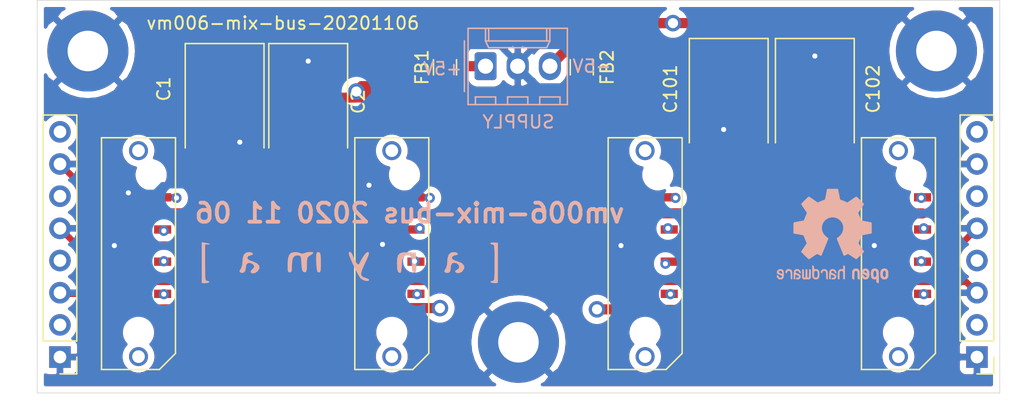
<source format=kicad_pcb>
(kicad_pcb (version 20171130) (host pcbnew "(5.1.5-0-10_14)")
  (layers (0 F.Cu signal) (1 In1.Cu signal) (2 In2.Cu signal) (31 B.Cu signal) (34 B.Paste user) (35 F.Paste user) (36 B.SilkS user) (37 F.SilkS user) (38 B.Mask user) (39 F.Mask user) (44 Edge.Cuts user))
  (net 0 "")
  (net 1 -5V)
  (net 2 GND)
  (net 3 +5V)
  (net 4 "Net-(FB1-Pad2)")
  (net 5 "Net-(FB2-Pad2)")
  (net 6 /out_d)
  (net 7 /out_c)
  (net 8 /out_b)
  (net 9 /out_a)
  (module Symbol:OSHW-Logo2_9.8x8mm_SilkScreen (layer B.Cu) (at 119.8 138.6 180)
    (fp_text reference U102 hide)
    (fp_text value LOGO hide)
  )
  (module anyma_footprints:logo_anyma (layer B.Cu) (at 81.6 140.8 180)
    (fp_text reference U101 hide)
    (fp_text value LOGO hide)
  )
  (module MountingHole:MountingHole_3.2mm_M3_Pad (layer F.Cu) (at 95 147)
    (fp_text reference H103 hide)
    (fp_text value MountingHole_Pad)
    (pad 1 thru_hole circle (at 0 0) (size 6.4 6.4) (drill 3.2) (layers *.Cu *.Mask) (net 2 GND))
  )
  (module MountingHole:MountingHole_3.2mm_M3_Pad (layer F.Cu) (at 128 124)
    (fp_text reference H102 hide)
    (fp_text value MountingHole_Pad)
    (pad 1 thru_hole circle (at 0 0) (size 6.4 6.4) (drill 3.2) (layers *.Cu *.Mask) (net 2 GND))
  )
  (module MountingHole:MountingHole_3.2mm_M3_Pad (layer F.Cu) (at 61 124)
    (fp_text reference H101 hide)
    (fp_text value MountingHole_Pad)
    (pad 1 thru_hole circle (at 0 0) (size 6.4 6.4) (drill 3.2) (layers *.Cu *.Mask) (net 2 GND))
  )
  (module Capacitor_Tantalum_SMD:CP_EIA-7360-38_Kemet-E_Pad2.25x4.25mm_HandSolder (layer F.Cu) (at 118.4 127.6 270)
    (fp_text reference C102 (at -0.6 -4.6 90) (layer F.SilkS))
    (fp_text value 22u)
    (pad 2 smd roundrect (at 3.2 0 270) (size 2.25 4.25) (layers F.Cu F.Paste F.Mask) (roundrect_rratio 0.111111) (net 1 -5V))
    (pad 1 smd roundrect (at -3.2 0 270) (size 2.25 4.25) (layers F.Cu F.Paste F.Mask) (roundrect_rratio 0.111111) (net 2 GND))
  )
  (module Capacitor_Tantalum_SMD:CP_EIA-7360-38_Kemet-E_Pad2.25x4.25mm_HandSolder (layer F.Cu) (at 111.6 127.6 270)
    (fp_text reference C101 (at -0.6 4.6 90) (layer F.SilkS))
    (fp_text value 22u)
    (pad 2 smd roundrect (at 3.2 0 270) (size 2.25 4.25) (layers F.Cu F.Paste F.Mask) (roundrect_rratio 0.111111) (net 2 GND))
    (pad 1 smd roundrect (at -3.2 0 270) (size 2.25 4.25) (layers F.Cu F.Paste F.Mask) (roundrect_rratio 0.111111) (net 3 +5V))
  )
  (module Capacitor_Tantalum_SMD:CP_EIA-7360-38_Kemet-E_Pad2.25x4.25mm_HandSolder (layer F.Cu) (at 78.4 128 270)
    (fp_text reference C2 (at 0 -3.95 90) (layer F.SilkS))
    (fp_text value 22u)
    (pad 2 smd roundrect (at 3.2 0 270) (size 2.25 4.25) (layers F.Cu F.Paste F.Mask) (roundrect_rratio 0.111111) (net 1 -5V))
    (pad 1 smd roundrect (at -3.2 0 270) (size 2.25 4.25) (layers F.Cu F.Paste F.Mask) (roundrect_rratio 0.111111) (net 2 GND))
  )
  (module Capacitor_Tantalum_SMD:CP_EIA-7360-38_Kemet-E_Pad2.25x4.25mm_HandSolder (layer F.Cu) (at 71.8 128 270)
    (fp_text reference C1 (at -1 4.8 90) (layer F.SilkS))
    (fp_text value 22u)
    (pad 2 smd roundrect (at 3.2 0 270) (size 2.25 4.25) (layers F.Cu F.Paste F.Mask) (roundrect_rratio 0.111111) (net 2 GND))
    (pad 1 smd roundrect (at -3.2 0 270) (size 2.25 4.25) (layers F.Cu F.Paste F.Mask) (roundrect_rratio 0.111111) (net 3 +5V))
  )
  (module Connector_PinHeader_2.54mm:PinHeader_1x08_P2.54mm_Vertical (layer F.Cu) (at 131.2 148.164999 180)
    (fp_text reference J105 hide)
    (fp_text value BUS)
    (pad 8 thru_hole oval (at 0 17.78 180) (size 1.7 1.7) (drill 1) (layers *.Cu *.Mask) (net 6 /out_d))
    (pad 7 thru_hole oval (at 0 15.24 180) (size 1.7 1.7) (drill 1) (layers *.Cu *.Mask) (net 2 GND))
    (pad 6 thru_hole oval (at 0 12.7 180) (size 1.7 1.7) (drill 1) (layers *.Cu *.Mask) (net 7 /out_c))
    (pad 5 thru_hole oval (at 0 10.16 180) (size 1.7 1.7) (drill 1) (layers *.Cu *.Mask) (net 2 GND))
    (pad 4 thru_hole oval (at 0 7.62 180) (size 1.7 1.7) (drill 1) (layers *.Cu *.Mask) (net 8 /out_b))
    (pad 3 thru_hole oval (at 0 5.08 180) (size 1.7 1.7) (drill 1) (layers *.Cu *.Mask) (net 2 GND))
    (pad 2 thru_hole oval (at 0 2.54 180) (size 1.7 1.7) (drill 1) (layers *.Cu *.Mask) (net 9 /out_a))
    (pad 1 thru_hole rect (at 0 0 180) (size 1.7 1.7) (drill 1) (layers *.Cu *.Mask) (net 2 GND))
  )
  (module Connector_PinHeader_2.54mm:PinHeader_1x08_P2.54mm_Vertical (layer F.Cu) (at 58.8 148.164999 180)
    (fp_text reference J104 hide)
    (fp_text value BUS)
    (pad 8 thru_hole oval (at 0 17.78 180) (size 1.7 1.7) (drill 1) (layers *.Cu *.Mask) (net 6 /out_d))
    (pad 7 thru_hole oval (at 0 15.24 180) (size 1.7 1.7) (drill 1) (layers *.Cu *.Mask) (net 2 GND))
    (pad 6 thru_hole oval (at 0 12.7 180) (size 1.7 1.7) (drill 1) (layers *.Cu *.Mask) (net 7 /out_c))
    (pad 5 thru_hole oval (at 0 10.16 180) (size 1.7 1.7) (drill 1) (layers *.Cu *.Mask) (net 2 GND))
    (pad 4 thru_hole oval (at 0 7.62 180) (size 1.7 1.7) (drill 1) (layers *.Cu *.Mask) (net 8 /out_b))
    (pad 3 thru_hole oval (at 0 5.08 180) (size 1.7 1.7) (drill 1) (layers *.Cu *.Mask) (net 2 GND))
    (pad 2 thru_hole oval (at 0 2.54 180) (size 1.7 1.7) (drill 1) (layers *.Cu *.Mask) (net 9 /out_a))
    (pad 1 thru_hole rect (at 0 0 180) (size 1.7 1.7) (drill 1) (layers *.Cu *.Mask) (net 2 GND))
  )
  (module Connector_PCBEdge:Samtec_MECF-08-01-L-DV-WT_2x08_P1.27mm_Polarized_Socket_Horizontal (layer F.Cu) (at 65 140 90)
    (fp_text reference J103 hide)
    (fp_text value Conn_EDGE)
    (pad "" thru_hole circle (at 8.13 0 90) (size 1.5 1.5) (drill 1) (layers *.Cu *.Mask))
    (pad "" thru_hole circle (at -8.13 0 90) (size 1.5 1.5) (drill 1) (layers *.Cu *.Mask))
    (pad "" np_thru_hole circle (at 6.225 1 90) (size 1.45 1.45) (drill 1.45) (layers *.Cu *.Mask))
    (pad "" np_thru_hole circle (at -6.225 0 90) (size 1.45 1.45) (drill 1.45) (layers *.Cu *.Mask))
    (pad 16 smd rect (at 4.445 -1.905 90) (size 0.66 1.35) (layers F.Cu F.Paste F.Mask) (net 2 GND))
    (pad 15 smd rect (at 4.445 1.905 90) (size 0.66 1.35) (layers F.Cu F.Paste F.Mask) (net 6 /out_d))
    (pad 14 smd rect (at 3.175 -1.905 90) (size 0.66 1.35) (layers F.Cu F.Paste F.Mask) (net 1 -5V))
    (pad 13 smd rect (at 3.175 1.905 90) (size 0.66 1.35) (layers F.Cu F.Paste F.Mask) (net 1 -5V))
    (pad 12 smd rect (at 1.905 -1.905 90) (size 0.66 1.35) (layers F.Cu F.Paste F.Mask) (net 2 GND))
    (pad 11 smd rect (at 1.905 1.905 90) (size 0.66 1.35) (layers F.Cu F.Paste F.Mask) (net 7 /out_c))
    (pad 10 smd rect (at 0.635 -1.905 90) (size 0.66 1.35) (layers F.Cu F.Paste F.Mask) (net 2 GND))
    (pad 9 smd rect (at 0.635 1.905 90) (size 0.66 1.35) (layers F.Cu F.Paste F.Mask) (net 2 GND))
    (pad 8 smd rect (at -0.635 -1.905 90) (size 0.66 1.35) (layers F.Cu F.Paste F.Mask) (net 2 GND))
    (pad 7 smd rect (at -0.635 1.905 90) (size 0.66 1.35) (layers F.Cu F.Paste F.Mask) (net 8 /out_b))
    (pad 4 smd rect (at -3.175 -1.905 90) (size 0.66 1.35) (layers F.Cu F.Paste F.Mask) (net 2 GND))
    (pad 3 smd rect (at -3.175 1.905 90) (size 0.66 1.35) (layers F.Cu F.Paste F.Mask) (net 9 /out_a))
    (pad 2 smd rect (at -4.445 -1.905 90) (size 0.66 1.35) (layers F.Cu F.Paste F.Mask) (net 3 +5V))
    (pad 1 smd rect (at -4.445 1.905 90) (size 0.66 1.35) (layers F.Cu F.Paste F.Mask) (net 3 +5V))
  )
  (module Connector_PCBEdge:Samtec_MECF-08-01-L-DV-WT_2x08_P1.27mm_Polarized_Socket_Horizontal (layer F.Cu) (at 105 140 90)
    (fp_text reference J102 hide)
    (fp_text value Conn_EDGE)
    (pad "" thru_hole circle (at 8.13 0 90) (size 1.5 1.5) (drill 1) (layers *.Cu *.Mask))
    (pad "" thru_hole circle (at -8.13 0 90) (size 1.5 1.5) (drill 1) (layers *.Cu *.Mask))
    (pad "" np_thru_hole circle (at 6.225 1 90) (size 1.45 1.45) (drill 1.45) (layers *.Cu *.Mask))
    (pad "" np_thru_hole circle (at -6.225 0 90) (size 1.45 1.45) (drill 1.45) (layers *.Cu *.Mask))
    (pad 16 smd rect (at 4.445 -1.905 90) (size 0.66 1.35) (layers F.Cu F.Paste F.Mask) (net 2 GND))
    (pad 15 smd rect (at 4.445 1.905 90) (size 0.66 1.35) (layers F.Cu F.Paste F.Mask) (net 6 /out_d))
    (pad 14 smd rect (at 3.175 -1.905 90) (size 0.66 1.35) (layers F.Cu F.Paste F.Mask) (net 1 -5V))
    (pad 13 smd rect (at 3.175 1.905 90) (size 0.66 1.35) (layers F.Cu F.Paste F.Mask) (net 1 -5V))
    (pad 12 smd rect (at 1.905 -1.905 90) (size 0.66 1.35) (layers F.Cu F.Paste F.Mask) (net 2 GND))
    (pad 11 smd rect (at 1.905 1.905 90) (size 0.66 1.35) (layers F.Cu F.Paste F.Mask) (net 7 /out_c))
    (pad 10 smd rect (at 0.635 -1.905 90) (size 0.66 1.35) (layers F.Cu F.Paste F.Mask) (net 2 GND))
    (pad 9 smd rect (at 0.635 1.905 90) (size 0.66 1.35) (layers F.Cu F.Paste F.Mask) (net 2 GND))
    (pad 8 smd rect (at -0.635 -1.905 90) (size 0.66 1.35) (layers F.Cu F.Paste F.Mask) (net 2 GND))
    (pad 7 smd rect (at -0.635 1.905 90) (size 0.66 1.35) (layers F.Cu F.Paste F.Mask) (net 8 /out_b))
    (pad 4 smd rect (at -3.175 -1.905 90) (size 0.66 1.35) (layers F.Cu F.Paste F.Mask) (net 2 GND))
    (pad 3 smd rect (at -3.175 1.905 90) (size 0.66 1.35) (layers F.Cu F.Paste F.Mask) (net 9 /out_a))
    (pad 2 smd rect (at -4.445 -1.905 90) (size 0.66 1.35) (layers F.Cu F.Paste F.Mask) (net 3 +5V))
    (pad 1 smd rect (at -4.445 1.905 90) (size 0.66 1.35) (layers F.Cu F.Paste F.Mask) (net 3 +5V))
  )
  (module Connector_PCBEdge:Samtec_MECF-08-01-L-DV-WT_2x08_P1.27mm_Polarized_Socket_Horizontal (layer F.Cu) (at 85 140 90)
    (fp_text reference J101 hide)
    (fp_text value Conn_EDGE)
    (pad "" thru_hole circle (at 8.13 0 90) (size 1.5 1.5) (drill 1) (layers *.Cu *.Mask))
    (pad "" thru_hole circle (at -8.13 0 90) (size 1.5 1.5) (drill 1) (layers *.Cu *.Mask))
    (pad "" np_thru_hole circle (at 6.225 1 90) (size 1.45 1.45) (drill 1.45) (layers *.Cu *.Mask))
    (pad "" np_thru_hole circle (at -6.225 0 90) (size 1.45 1.45) (drill 1.45) (layers *.Cu *.Mask))
    (pad 16 smd rect (at 4.445 -1.905 90) (size 0.66 1.35) (layers F.Cu F.Paste F.Mask) (net 2 GND))
    (pad 15 smd rect (at 4.445 1.905 90) (size 0.66 1.35) (layers F.Cu F.Paste F.Mask) (net 6 /out_d))
    (pad 14 smd rect (at 3.175 -1.905 90) (size 0.66 1.35) (layers F.Cu F.Paste F.Mask) (net 1 -5V))
    (pad 13 smd rect (at 3.175 1.905 90) (size 0.66 1.35) (layers F.Cu F.Paste F.Mask) (net 1 -5V))
    (pad 12 smd rect (at 1.905 -1.905 90) (size 0.66 1.35) (layers F.Cu F.Paste F.Mask) (net 2 GND))
    (pad 11 smd rect (at 1.905 1.905 90) (size 0.66 1.35) (layers F.Cu F.Paste F.Mask) (net 7 /out_c))
    (pad 10 smd rect (at 0.635 -1.905 90) (size 0.66 1.35) (layers F.Cu F.Paste F.Mask) (net 2 GND))
    (pad 9 smd rect (at 0.635 1.905 90) (size 0.66 1.35) (layers F.Cu F.Paste F.Mask) (net 2 GND))
    (pad 8 smd rect (at -0.635 -1.905 90) (size 0.66 1.35) (layers F.Cu F.Paste F.Mask) (net 2 GND))
    (pad 7 smd rect (at -0.635 1.905 90) (size 0.66 1.35) (layers F.Cu F.Paste F.Mask) (net 8 /out_b))
    (pad 4 smd rect (at -3.175 -1.905 90) (size 0.66 1.35) (layers F.Cu F.Paste F.Mask) (net 2 GND))
    (pad 3 smd rect (at -3.175 1.905 90) (size 0.66 1.35) (layers F.Cu F.Paste F.Mask) (net 9 /out_a))
    (pad 2 smd rect (at -4.445 -1.905 90) (size 0.66 1.35) (layers F.Cu F.Paste F.Mask) (net 3 +5V))
    (pad 1 smd rect (at -4.445 1.905 90) (size 0.66 1.35) (layers F.Cu F.Paste F.Mask) (net 3 +5V))
  )
  (module Connector_Molex:Molex_KK-254_AE-6410-03A_1x03_P2.54mm_Vertical (layer B.Cu) (at 92.4 125.2)
    (fp_text reference J10 hide)
    (fp_text value Supply)
    (pad 3 thru_hole oval (at 5.08 0) (size 1.74 2.2) (drill 1.2) (layers *.Cu *.Mask) (net 5 "Net-(FB2-Pad2)"))
    (pad 2 thru_hole oval (at 2.54 0) (size 1.74 2.2) (drill 1.2) (layers *.Cu *.Mask) (net 2 GND))
    (pad 1 thru_hole roundrect (at 0 0) (size 1.74 2.2) (drill 1.2) (layers *.Cu *.Mask) (roundrect_rratio 0.143678) (net 4 "Net-(FB1-Pad2)"))
  )
  (module Connector_PCBEdge:Samtec_MECF-08-01-L-DV-WT_2x08_P1.27mm_Polarized_Socket_Horizontal (layer F.Cu) (at 125 140 90)
    (fp_text reference J1 hide)
    (fp_text value Conn_EDGE)
    (pad "" thru_hole circle (at 8.13 0 90) (size 1.5 1.5) (drill 1) (layers *.Cu *.Mask))
    (pad "" thru_hole circle (at -8.13 0 90) (size 1.5 1.5) (drill 1) (layers *.Cu *.Mask))
    (pad "" np_thru_hole circle (at 6.225 1 90) (size 1.45 1.45) (drill 1.45) (layers *.Cu *.Mask))
    (pad "" np_thru_hole circle (at -6.225 0 90) (size 1.45 1.45) (drill 1.45) (layers *.Cu *.Mask))
    (pad 16 smd rect (at 4.445 -1.905 90) (size 0.66 1.35) (layers F.Cu F.Paste F.Mask) (net 2 GND))
    (pad 15 smd rect (at 4.445 1.905 90) (size 0.66 1.35) (layers F.Cu F.Paste F.Mask) (net 6 /out_d))
    (pad 14 smd rect (at 3.175 -1.905 90) (size 0.66 1.35) (layers F.Cu F.Paste F.Mask) (net 1 -5V))
    (pad 13 smd rect (at 3.175 1.905 90) (size 0.66 1.35) (layers F.Cu F.Paste F.Mask) (net 1 -5V))
    (pad 12 smd rect (at 1.905 -1.905 90) (size 0.66 1.35) (layers F.Cu F.Paste F.Mask) (net 2 GND))
    (pad 11 smd rect (at 1.905 1.905 90) (size 0.66 1.35) (layers F.Cu F.Paste F.Mask) (net 7 /out_c))
    (pad 10 smd rect (at 0.635 -1.905 90) (size 0.66 1.35) (layers F.Cu F.Paste F.Mask) (net 2 GND))
    (pad 9 smd rect (at 0.635 1.905 90) (size 0.66 1.35) (layers F.Cu F.Paste F.Mask) (net 2 GND))
    (pad 8 smd rect (at -0.635 -1.905 90) (size 0.66 1.35) (layers F.Cu F.Paste F.Mask) (net 2 GND))
    (pad 7 smd rect (at -0.635 1.905 90) (size 0.66 1.35) (layers F.Cu F.Paste F.Mask) (net 8 /out_b))
    (pad 4 smd rect (at -3.175 -1.905 90) (size 0.66 1.35) (layers F.Cu F.Paste F.Mask) (net 2 GND))
    (pad 3 smd rect (at -3.175 1.905 90) (size 0.66 1.35) (layers F.Cu F.Paste F.Mask) (net 9 /out_a))
    (pad 2 smd rect (at -4.445 -1.905 90) (size 0.66 1.35) (layers F.Cu F.Paste F.Mask) (net 3 +5V))
    (pad 1 smd rect (at -4.445 1.905 90) (size 0.66 1.35) (layers F.Cu F.Paste F.Mask) (net 3 +5V))
  )
  (module Inductor_SMD:L_1206_3216Metric_Pad1.42x1.75mm_HandSolder (layer F.Cu) (at 100 125.2875 90)
    (fp_text reference FB2 (at 0 2 90) (layer F.SilkS))
    (fp_text value Ferrite_Bead)
    (pad 2 smd roundrect (at 1.4875 0 90) (size 1.425 1.75) (layers F.Cu F.Paste F.Mask) (roundrect_rratio 0.175439) (net 5 "Net-(FB2-Pad2)"))
    (pad 1 smd roundrect (at -1.4875 0 90) (size 1.425 1.75) (layers F.Cu F.Paste F.Mask) (roundrect_rratio 0.175439) (net 1 -5V))
  )
  (module Inductor_SMD:L_1206_3216Metric_Pad1.42x1.75mm_HandSolder (layer F.Cu) (at 89.2 125.2875 90)
    (fp_text reference FB1 (at 0 -1.82 90) (layer F.SilkS))
    (fp_text value Ferrite_Bead)
    (pad 2 smd roundrect (at 1.4875 0 90) (size 1.425 1.75) (layers F.Cu F.Paste F.Mask) (roundrect_rratio 0.175439) (net 4 "Net-(FB1-Pad2)"))
    (pad 1 smd roundrect (at -1.4875 0 90) (size 1.425 1.75) (layers F.Cu F.Paste F.Mask) (roundrect_rratio 0.175439) (net 3 +5V))
  )
  (gr_text -5V (at 100.8 125.2) (layer B.SilkS) (effects (font (size 1 1)) (justify mirror)))
  (gr_text +5V (at 89 125.4) (layer B.SilkS) (effects (font (size 1 1)) (justify mirror)))
  (gr_text SUPPLY (at 95 129.6) (layer B.SilkS) (effects (font (size 1 1)) (justify mirror)))
  (gr_text "vm006-mix-bus 2020 11 06" (at 86.4 136.8) (layer B.SilkS) (effects (font (size 1.5 1.5) (thickness 0.3)) (justify mirror)))
  (gr_text vm006-mix-bus-20201106 (at 76.4 121.8) (layer F.SilkS) (effects (font (size 1 1))))
  (gr_line (start 57 120) (end 57 151) (layer Edge.Cuts) (width 0.05))
  (gr_line (start 133 120) (end 57 120) (layer Edge.Cuts) (width 0.05))
  (gr_line (start 133 151) (end 133 120) (layer Edge.Cuts) (width 0.05))
  (gr_line (start 57 151) (end 133 151) (layer Edge.Cuts) (width 0.05))
  (segment (start 78.4 131.2) (end 78.4 136.4) (width 0.8) (layer F.Cu) (net 1))
  (segment (start 78.4 136.4) (end 78.8 136.8) (width 0.8) (layer F.Cu) (net 1))
  (segment (start 78.8 136.8) (end 86.905 136.825) (width 0.8) (layer F.Cu) (net 1))
  (segment (start 63.095 136.825) (end 78.8 136.8) (width 0.8) (layer F.Cu) (net 1))
  (segment (start 79.525 130.075) (end 78.4 131.2) (width 0.8) (layer F.Cu) (net 1))
  (segment (start 95.825 130.075) (end 79.525 130.075) (width 0.8) (layer F.Cu) (net 1))
  (segment (start 99.125 126.775) (end 95.825 130.075) (width 0.8) (layer F.Cu) (net 1))
  (segment (start 100 126.775) (end 99.125 126.775) (width 0.8) (layer F.Cu) (net 1))
  (segment (start 118.2 132.125) (end 118.2 136.8) (width 0.8) (layer F.Cu) (net 1))
  (segment (start 118.4 131.925) (end 118.2 132.125) (width 0.8) (layer F.Cu) (net 1))
  (segment (start 118.4 130.8) (end 118.4 131.925) (width 0.8) (layer F.Cu) (net 1))
  (segment (start 118.2 136.8) (end 103.095 136.825) (width 0.8) (layer F.Cu) (net 1))
  (segment (start 126.905 136.825) (end 118.2 136.8) (width 0.8) (layer F.Cu) (net 1))
  (segment (start 114.375 126.775) (end 118.4 130.8) (width 0.8) (layer F.Cu) (net 1))
  (segment (start 100 126.775) (end 114.375 126.775) (width 0.8) (layer F.Cu) (net 1))
  (via (at 64.2 135.2) (size 0.8) (drill 0.4) (layers F.Cu B.Cu) (net 2))
  (segment (start 63.845 135.555) (end 64.2 135.2) (width 0.5) (layer F.Cu) (net 2))
  (segment (start 63.095 135.555) (end 63.845 135.555) (width 0.5) (layer F.Cu) (net 2))
  (via (at 83.2 134.6) (size 0.8) (drill 0.4) (layers F.Cu B.Cu) (net 2))
  (segment (start 66.914002 134.6) (end 83.2 134.6) (width 0.5) (layer B.Cu) (net 2))
  (segment (start 66.314002 135.2) (end 66.914002 134.6) (width 0.5) (layer B.Cu) (net 2))
  (segment (start 64.2 135.2) (end 66.314002 135.2) (width 0.5) (layer B.Cu) (net 2))
  (segment (start 83.2 135.45) (end 83.095 135.555) (width 0.5) (layer F.Cu) (net 2))
  (segment (start 83.2 134.6) (end 83.2 135.45) (width 0.5) (layer F.Cu) (net 2))
  (segment (start 129.839999 139.365) (end 126.905 139.365) (width 0.5) (layer F.Cu) (net 2))
  (segment (start 131.2 138.004999) (end 129.839999 139.365) (width 0.5) (layer F.Cu) (net 2))
  (segment (start 60.160001 139.365) (end 59.195001 138.4) (width 0.5) (layer F.Cu) (net 2))
  (segment (start 59.195001 138.4) (end 58.8 138.004999) (width 0.5) (layer F.Cu) (net 2))
  (segment (start 63.095 138.095) (end 63.095 139.365) (width 0.5) (layer F.Cu) (net 2))
  (segment (start 63.095 140.635) (end 63.095 139.365) (width 0.5) (layer F.Cu) (net 2))
  (segment (start 58.890001 143.175) (end 58.8 143.084999) (width 0.5) (layer F.Cu) (net 2))
  (segment (start 63.095 143.175) (end 58.890001 143.175) (width 0.5) (layer F.Cu) (net 2))
  (segment (start 63.095 143.175) (end 63.095 140.635) (width 0.5) (layer F.Cu) (net 2))
  (segment (start 130.350001 142.235) (end 131.2 143.084999) (width 0.5) (layer F.Cu) (net 2))
  (segment (start 63.44 143.175) (end 64.38 142.235) (width 0.5) (layer F.Cu) (net 2))
  (segment (start 64.38 142.235) (end 130.350001 142.235) (width 0.5) (layer F.Cu) (net 2))
  (segment (start 63.095 143.175) (end 63.44 143.175) (width 0.5) (layer F.Cu) (net 2))
  (segment (start 123.095 140.635) (end 123.095 143.175) (width 0.5) (layer F.Cu) (net 2))
  (segment (start 83.095 140.635) (end 83.095 143.175) (width 0.5) (layer F.Cu) (net 2))
  (segment (start 83.095 138.095) (end 83.095 140.635) (width 0.5) (layer F.Cu) (net 2))
  (segment (start 103.095 138.095) (end 103.095 140.635) (width 0.5) (layer F.Cu) (net 2))
  (segment (start 102.549998 135.555) (end 101.2 136.904998) (width 0.5) (layer F.Cu) (net 2))
  (segment (start 103.095 135.555) (end 102.549998 135.555) (width 0.5) (layer F.Cu) (net 2))
  (segment (start 101.2 136.904998) (end 101.2 139.2) (width 0.5) (layer F.Cu) (net 2))
  (segment (start 126.905 139.365) (end 101.2 139.2) (width 0.5) (layer F.Cu) (net 2))
  (segment (start 103.095 143.175) (end 103.095 140.635) (width 0.5) (layer F.Cu) (net 2))
  (segment (start 61.430001 135.555) (end 63.095 135.555) (width 0.5) (layer F.Cu) (net 2))
  (segment (start 58.8 132.924999) (end 61.430001 135.555) (width 0.5) (layer F.Cu) (net 2))
  (via (at 63.095 139.365) (size 0.8) (drill 0.4) (layers F.Cu B.Cu) (net 2))
  (segment (start 75.775034 139.365) (end 63.095 139.365) (width 0.5) (layer B.Cu) (net 2))
  (segment (start 82.375 139.365) (end 75.775034 139.365) (width 0.5) (layer B.Cu) (net 2))
  (segment (start 94.94 126.8) (end 82.375 139.365) (width 0.5) (layer B.Cu) (net 2))
  (segment (start 94.94 125.2) (end 94.94 126.8) (width 0.5) (layer B.Cu) (net 2))
  (segment (start 94.94 125.2) (end 94.94 127.401998) (width 0.5) (layer B.Cu) (net 2))
  (segment (start 84.268075 138.073923) (end 84.268075 139.268075) (width 0.5) (layer B.Cu) (net 2))
  (segment (start 94.94 127.401998) (end 84.268075 138.073923) (width 0.5) (layer B.Cu) (net 2))
  (via (at 84.268075 139.268075) (size 0.8) (drill 0.4) (layers F.Cu B.Cu) (net 2))
  (segment (start 84.268075 139.268075) (end 60.160001 139.365) (width 0.5) (layer F.Cu) (net 2))
  (segment (start 101.2 139.2) (end 84.268075 139.268075) (width 0.5) (layer F.Cu) (net 2))
  (via (at 103.095 139.365) (size 0.8) (drill 0.4) (layers F.Cu B.Cu) (net 2))
  (segment (start 94.94 131.21) (end 103.095 139.365) (width 0.5) (layer B.Cu) (net 2))
  (segment (start 94.94 125.2) (end 94.94 131.21) (width 0.5) (layer B.Cu) (net 2))
  (via (at 123.095 139.365) (size 0.8) (drill 0.4) (layers F.Cu B.Cu) (net 2))
  (segment (start 107.33 123.6) (end 123.095 139.365) (width 0.5) (layer B.Cu) (net 2))
  (segment (start 96.31 123.6) (end 107.33 123.6) (width 0.5) (layer B.Cu) (net 2))
  (segment (start 94.94 124.97) (end 96.31 123.6) (width 0.5) (layer B.Cu) (net 2))
  (segment (start 79.6 123.6) (end 78.4 124.8) (width 0.5) (layer B.Cu) (net 2))
  (via (at 78.4 124.8) (size 0.8) (drill 0.4) (layers F.Cu B.Cu) (net 2))
  (segment (start 93.57 123.6) (end 79.6 123.6) (width 0.5) (layer B.Cu) (net 2))
  (via (at 118.4 124.4) (size 0.8) (drill 0.4) (layers F.Cu B.Cu) (net 2))
  (segment (start 94.94 125.43) (end 96.31 126.8) (width 0.5) (layer B.Cu) (net 2))
  (segment (start 116 126.8) (end 118.4 124.4) (width 0.5) (layer B.Cu) (net 2))
  (segment (start 96.31 126.8) (end 116 126.8) (width 0.5) (layer B.Cu) (net 2))
  (segment (start 94.94 125.2) (end 94.94 125.43) (width 0.5) (layer B.Cu) (net 2))
  (via (at 111.2 130.2) (size 0.8) (drill 0.4) (layers F.Cu B.Cu) (net 2))
  (segment (start 111.6 130.6) (end 111.2 130.2) (width 0.5) (layer F.Cu) (net 2))
  (segment (start 111.6 130.8) (end 111.6 130.6) (width 0.5) (layer F.Cu) (net 2))
  (segment (start 99.94 130.2) (end 94.94 125.2) (width 0.5) (layer B.Cu) (net 2))
  (segment (start 111.2 130.2) (end 99.94 130.2) (width 0.5) (layer B.Cu) (net 2))
  (via (at 73 131.2) (size 0.8) (drill 0.4) (layers F.Cu B.Cu) (net 2))
  (segment (start 71.8 131.2) (end 73 131.2) (width 0.5) (layer F.Cu) (net 2))
  (segment (start 94.94 124.97) (end 94.94 125.2) (width 0.5) (layer B.Cu) (net 2))
  (segment (start 87.428002 123.6) (end 93.57 123.6) (width 0.5) (layer B.Cu) (net 2))
  (segment (start 79.828002 131.2) (end 87.428002 123.6) (width 0.5) (layer B.Cu) (net 2))
  (segment (start 93.57 123.6) (end 94.94 124.97) (width 0.5) (layer B.Cu) (net 2))
  (segment (start 73 131.2) (end 79.828002 131.2) (width 0.5) (layer B.Cu) (net 2))
  (segment (start 126.905 144.445) (end 103.095 144.445) (width 0.8) (layer F.Cu) (net 3))
  (segment (start 74.8 127.8) (end 71.8 124.8) (width 0.8) (layer F.Cu) (net 3))
  (segment (start 111.6 124.4) (end 109 121.8) (width 0.8) (layer F.Cu) (net 3))
  (segment (start 86.4 124.310402) (end 86.4 127.6) (width 0.8) (layer F.Cu) (net 3))
  (segment (start 88.910402 121.8) (end 86.4 124.310402) (width 0.8) (layer F.Cu) (net 3))
  (segment (start 86.4 127.6) (end 74.8 127.8) (width 0.8) (layer F.Cu) (net 3))
  (segment (start 109 121.8) (end 100.6 121.8) (width 0.8) (layer F.Cu) (net 3))
  (segment (start 100.6 121.8) (end 88.910402 121.8) (width 0.8) (layer F.Cu) (net 3))
  (via (at 101.2 144.4) (size 1.3) (drill 0.8) (layers F.Cu B.Cu) (net 3))
  (segment (start 103.05 144.4) (end 103.095 144.445) (width 0.8) (layer F.Cu) (net 3))
  (segment (start 101.2 144.4) (end 103.05 144.4) (width 0.8) (layer F.Cu) (net 3))
  (via (at 88.8 144.3) (size 1.3) (drill 0.8) (layers F.Cu B.Cu) (net 3))
  (segment (start 85.9 144.3) (end 85.8 144.2) (width 0.8) (layer F.Cu) (net 3))
  (segment (start 85.8 144.2) (end 86.905 144.445) (width 0.8) (layer F.Cu) (net 3))
  (segment (start 88.8 144.3) (end 85.9 144.3) (width 0.8) (layer F.Cu) (net 3))
  (segment (start 63.095 144.445) (end 85.8 144.2) (width 0.8) (layer F.Cu) (net 3))
  (via (at 107.2 121.8) (size 1.3) (drill 0.8) (layers F.Cu B.Cu) (net 3))
  (segment (start 100.6 121.8) (end 107.2 121.8) (width 0.8) (layer F.Cu) (net 3))
  (segment (start 82.625 126.775) (end 82.2 127.2) (width 0.8) (layer F.Cu) (net 3))
  (via (at 82.2 127.2) (size 1.3) (drill 0.8) (layers F.Cu B.Cu) (net 3))
  (segment (start 86 127.2) (end 83.119238 127.2) (width 0.8) (layer F.Cu) (net 3))
  (segment (start 89.2 126.775) (end 82.625 126.775) (width 0.8) (layer F.Cu) (net 3))
  (segment (start 86.4 127.6) (end 86 127.2) (width 0.8) (layer F.Cu) (net 3))
  (segment (start 83.119238 127.2) (end 82.2 127.2) (width 0.8) (layer F.Cu) (net 3))
  (segment (start 90.6 125.2) (end 89.2 123.8) (width 0.8) (layer F.Cu) (net 4))
  (segment (start 92.4 125.2) (end 90.6 125.2) (width 0.8) (layer F.Cu) (net 4))
  (segment (start 98.88 123.8) (end 97.48 125.2) (width 0.8) (layer F.Cu) (net 5))
  (segment (start 100 123.8) (end 98.88 123.8) (width 0.8) (layer F.Cu) (net 5))
  (segment (start 66.905 135.555) (end 66.845 135.555) (width 0.35) (layer F.Cu) (net 6))
  (via (at 68 135.6) (size 0.8) (drill 0.4) (layers F.Cu B.Cu) (net 6))
  (segment (start 67.955 135.555) (end 68 135.6) (width 0.5) (layer F.Cu) (net 6))
  (segment (start 66.905 135.555) (end 67.955 135.555) (width 0.5) (layer F.Cu) (net 6))
  (via (at 126.8 135.6) (size 0.8) (drill 0.4) (layers F.Cu B.Cu) (net 6))
  (via (at 107.4 135.6) (size 0.8) (drill 0.4) (layers F.Cu B.Cu) (net 6))
  (segment (start 107.355 135.555) (end 107.4 135.6) (width 0.5) (layer F.Cu) (net 6))
  (segment (start 106.905 135.555) (end 107.355 135.555) (width 0.5) (layer F.Cu) (net 6))
  (via (at 88 135.6) (size 0.8) (drill 0.4) (layers F.Cu B.Cu) (net 6))
  (segment (start 86.905 135.555) (end 87.955 135.555) (width 0.5) (layer F.Cu) (net 6))
  (segment (start 87.955 135.555) (end 88 135.6) (width 0.5) (layer F.Cu) (net 6))
  (via (at 127 138) (size 0.8) (drill 0.4) (layers F.Cu B.Cu) (net 7))
  (via (at 106.8 138) (size 0.8) (drill 0.4) (layers F.Cu B.Cu) (net 7))
  (via (at 87.2 138) (size 0.8) (drill 0.4) (layers F.Cu B.Cu) (net 7))
  (via (at 67 138.2) (size 0.8) (drill 0.4) (layers F.Cu B.Cu) (net 7))
  (via (at 67 140.6) (size 0.8) (drill 0.4) (layers F.Cu B.Cu) (net 8))
  (via (at 86.8 140.6) (size 0.8) (drill 0.4) (layers F.Cu B.Cu) (net 8))
  (via (at 106.6 140.8) (size 0.8) (drill 0.4) (layers F.Cu B.Cu) (net 8))
  (via (at 126.8 140.6) (size 0.8) (drill 0.4) (layers F.Cu B.Cu) (net 8))
  (via (at 127 143.2) (size 0.8) (drill 0.4) (layers F.Cu B.Cu) (net 9))
  (via (at 107 143.2) (size 0.8) (drill 0.4) (layers F.Cu B.Cu) (net 9))
  (via (at 87 143.2) (size 0.8) (drill 0.4) (layers F.Cu B.Cu) (net 9))
  (via (at 67 143.2) (size 0.8) (drill 0.4) (layers F.Cu B.Cu) (net 9))
  (zone (net 2) (net_name GND) (layer F.Cu) (connect_pads (clearance 0.508)) (min_thickness 0.254) (fill yes (arc_segments 32) (thermal_gap 0.508) (thermal_bridge_width 0.508))
    (polygon (pts (xy 133 151) (xy 57 151) (xy 57 120) (xy 133 120)))
  )
  (zone (net 2) (net_name GND) (layer B.Cu) (connect_pads (clearance 0.508)) (min_thickness 0.254) (fill yes (arc_segments 32) (thermal_gap 0.508) (thermal_bridge_width 0.508))
    (polygon (pts (xy 133 151) (xy 57 151) (xy 57 120) (xy 133 120)))
  )
)
</source>
